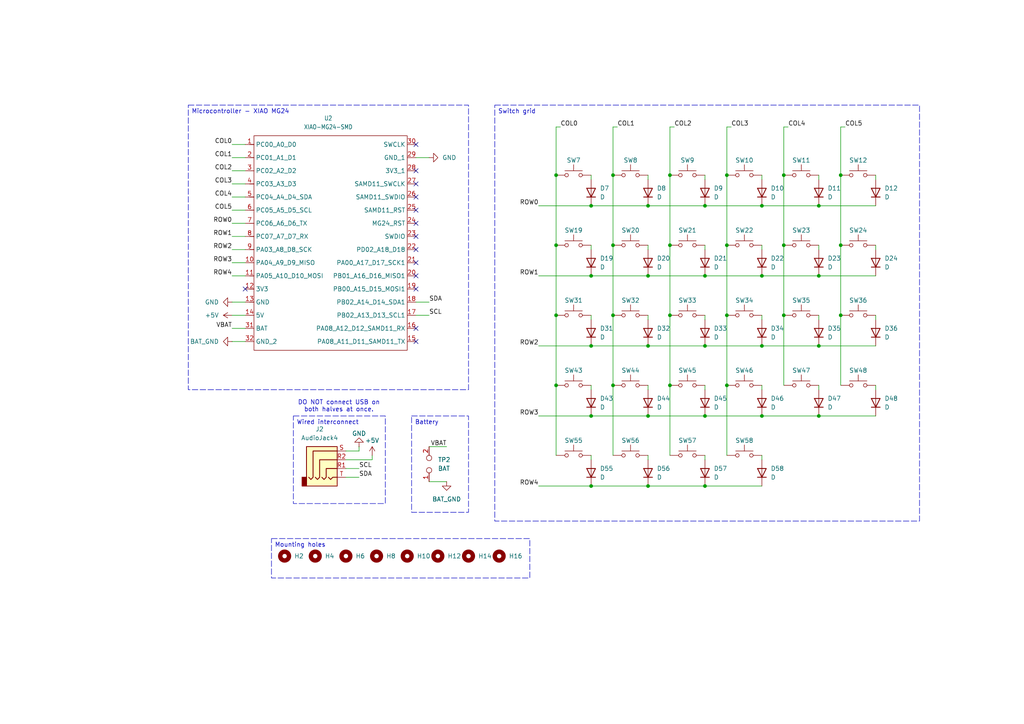
<source format=kicad_sch>
(kicad_sch (version 20250114) (generator "eeschema") (generator_version "9.0")
  (paper "A4")
  (lib_symbols
    (symbol "Connector:TestPoint_2Pole" (pin_names (offset 0.762) (hide yes))
      (property "Reference" "TP" (at 0 1.524 0))
      (property "Value" "TestPoint_2Pole" (at 0 -1.778 0))
      (symbol "TestPoint_2Pole_0_1"
        (circle (center -1.778 0) (radius 0.762))
        (circle (center 1.778 0) (radius 0.762))
        (pin passive line (at -5.08 0 0) (length 2.54) (name "1") (number "1"))
        (pin passive line (at 5.08 0 180) (length 2.54) (name "2") (number "2"))
      )
    )
    (symbol "Connector_Audio:AudioJack4"
      (property "Reference" "J" (at 0 8.89 0))
      (property "Value" "AudioJack4" (at 0 6.35 0))
      (symbol "AudioJack4_0_1"
        (rectangle (start -6.35 -5.08) (end -7.62 -7.62) (stroke (width 0.254)) (fill (type outline)))
        (polyline (pts (xy -5.715 -5.08) (xy -5.08 -5.715) (xy -4.445 -5.08) (xy -4.445 2.54) (xy 2.54 2.54)) (stroke (width 0.254)))
        (polyline (pts (xy -1.905 -5.08) (xy -1.27 -5.715) (xy -0.635 -5.08) (xy -0.635 -2.54) (xy 2.54 -2.54)) (stroke (width 0.254)))
        (polyline (pts (xy 0 -5.08) (xy 0.635 -5.715) (xy 1.27 -5.08) (xy 2.54 -5.08)) (stroke (width 0.254)))
        (rectangle (start 2.54 3.81) (end -6.35 -7.62) (stroke (width 0.254)) (fill (type background)))
        (polyline (pts (xy 2.54 0) (xy -2.54 0) (xy -2.54 -5.08) (xy -3.175 -5.715) (xy -3.81 -5.08)) (stroke (width 0.254)))
      )
      (symbol "AudioJack4_1_1"
        (pin passive line (at 5.08 2.54 180) (length 2.54) (name "~") (number "S"))
        (pin passive line (at 5.08 0 180) (length 2.54) (name "~") (number "R2"))
        (pin passive line (at 5.08 -2.54 180) (length 2.54) (name "~") (number "R1"))
        (pin passive line (at 5.08 -5.08 180) (length 2.54) (name "~") (number "T"))
      )
    )
    (symbol "Device:D" (pin_numbers (hide yes)) (pin_names (offset 1.016) (hide yes))
      (property "Reference" "D" (at 0 2.54 0))
      (property "Value" "D" (at 0 -2.54 0))
      (symbol "D_0_1"
        (polyline (pts (xy -1.27 1.27) (xy -1.27 -1.27)) (stroke (width 0.254)))
        (polyline (pts (xy 1.27 1.27) (xy 1.27 -1.27) (xy -1.27 0) (xy 1.27 1.27)) (stroke (width 0.254)))
        (polyline (pts (xy 1.27 0) (xy -1.27 0)))
      )
      (symbol "D_1_1"
        (pin passive line (at -3.81 0 0) (length 2.54) (name "K") (number "1"))
        (pin passive line (at 3.81 0 180) (length 2.54) (name "A") (number "2"))
      )
    )
    (symbol "Mechanical:MountingHole" (pin_names (offset 1.016)) (in_bom no)
      (property "Reference" "H" (at 0 5.08 0))
      (property "Value" "MountingHole" (at 0 3.175 0))
      (symbol "MountingHole_0_1"
        (circle (center 0 0) (radius 1.27) (stroke (width 1.27)))
      )
    )
    (symbol "OPL:XIAO-MG24-SMD"
      (property "Reference" "U" (at -21.59 27.432 0))
      (property "Value" "XIAO-MG24-SMD" (at -21.59 25.654 0))
      (symbol "XIAO-MG24-SMD_0_1"
        (rectangle (start -21.59 25.4) (end 22.86 -36.83))
      )
      (symbol "XIAO-MG24-SMD_1_0"
        (polyline (pts (xy -22.86 -3.81) (xy -21.59 -3.81)) (stroke (width 0.1524)))
        (polyline (pts (xy -22.86 -7.62) (xy -21.59 -7.62)) (stroke (width 0.1524)))
        (polyline (pts (xy -22.86 -11.43) (xy -21.59 -11.43)) (stroke (width 0.1524)))
        (polyline (pts (xy -22.86 -15.24) (xy -21.59 -15.24)) (stroke (width 0.1524)))
        (polyline (pts (xy -22.86 -19.05) (xy -21.59 -19.05)) (stroke (width 0.1524)))
        (polyline (pts (xy -22.86 -22.86) (xy -21.59 -22.86)) (stroke (width 0.1524)))
        (polyline (pts (xy -22.86 -26.67) (xy -21.59 -26.67)) (stroke (width 0.1524)))
        (polyline (pts (xy -21.59 22.86) (xy -22.86 22.86)) (stroke (width 0.1524)))
        (polyline (pts (xy -21.59 19.05) (xy -22.86 19.05)) (stroke (width 0.1524)))
        (polyline (pts (xy -21.59 15.24) (xy -22.86 15.24)) (stroke (width 0.1524)))
        (polyline (pts (xy -21.59 11.43) (xy -22.86 11.43)) (stroke (width 0.1524)))
        (polyline (pts (xy -21.59 7.62) (xy -22.86 7.62)) (stroke (width 0.1524)))
        (polyline (pts (xy -21.59 3.81) (xy -22.86 3.81)) (stroke (width 0.1524)))
        (polyline (pts (xy -21.59 0) (xy -22.86 0)) (stroke (width 0.1524)))
        (pin passive line (at -24.13 22.86 0) (length 2.54) (name "PC00_A0_D0") (number "1"))
        (pin passive line (at -24.13 19.05 0) (length 2.54) (name "PC01_A1_D1") (number "2"))
        (pin passive line (at -24.13 15.24 0) (length 2.54) (name "PC02_A2_D2") (number "3"))
        (pin passive line (at -24.13 11.43 0) (length 2.54) (name "PC03_A3_D3") (number "4"))
        (pin passive line (at -24.13 7.62 0) (length 2.54) (name "PC04_A4_D4_SDA") (number "5"))
        (pin passive line (at -24.13 3.81 0) (length 2.54) (name "PC05_A5_D5_SCL") (number "6"))
        (pin passive line (at -24.13 0 0) (length 2.54) (name "PC06_A6_D6_TX") (number "7"))
        (pin passive line (at -24.13 -3.81 0) (length 2.54) (name "PC07_A7_D7_RX") (number "8"))
        (pin passive line (at -24.13 -7.62 0) (length 2.54) (name "PA03_A8_D8_SCK") (number "9"))
        (pin passive line (at -24.13 -11.43 0) (length 2.54) (name "PA04_A9_D9_MISO") (number "10"))
        (pin passive line (at -24.13 -15.24 0) (length 2.54) (name "PA05_A10_D10_MOSI") (number "11"))
        (pin passive line (at -24.13 -19.05 0) (length 2.54) (name "3V3") (number "12"))
        (pin passive line (at -24.13 -22.86 0) (length 2.54) (name "GND") (number "13"))
        (pin passive line (at -24.13 -26.67 0) (length 2.54) (name "5V") (number "14"))
      )
      (symbol "XIAO-MG24-SMD_1_1"
        (pin passive line (at -24.13 -30.48 0) (length 2.54) (name "BAT") (number "31"))
        (pin passive line (at -24.13 -34.29 0) (length 2.54) (name "GND_2") (number "32"))
        (pin passive line (at 25.4 22.86 180) (length 2.54) (name "SWCLK") (number "30"))
        (pin passive line (at 25.4 19.05 180) (length 2.54) (name "GND_1") (number "29"))
        (pin passive line (at 25.4 15.24 180) (length 2.54) (name "3V3_1") (number "28"))
        (pin passive line (at 25.4 11.43 180) (length 2.54) (name "SAMD11_SWCLK") (number "27"))
        (pin passive line (at 25.4 7.62 180) (length 2.54) (name "SAMD11_SWDIO") (number "26"))
        (pin passive line (at 25.4 3.81 180) (length 2.54) (name "SAMD11_RST") (number "25"))
        (pin passive line (at 25.4 0 180) (length 2.54) (name "MG24_RST") (number "24"))
        (pin passive line (at 25.4 -3.81 180) (length 2.54) (name "SWDIO") (number "23"))
        (pin passive line (at 25.4 -7.62 180) (length 2.54) (name "PD02_A18_D18") (number "22"))
        (pin passive line (at 25.4 -11.43 180) (length 2.54) (name "PA00_A17_D17_SCK1") (number "21"))
        (pin passive line (at 25.4 -15.24 180) (length 2.54) (name "PB01_A16_D16_MISO1") (number "20"))
        (pin passive line (at 25.4 -19.05 180) (length 2.54) (name "PB00_A15_D15_MOSI1") (number "19"))
        (pin passive line (at 25.4 -22.86 180) (length 2.54) (name "PB02_A14_D14_SDA1") (number "18"))
        (pin passive line (at 25.4 -26.67 180) (length 2.54) (name "PB02_A13_D13_SCL1") (number "17"))
        (pin passive line (at 25.4 -30.48 180) (length 2.54) (name "PA08_A12_D12_SAMD11_RX") (number "16"))
        (pin passive line (at 25.4 -34.29 180) (length 2.54) (name "PA08_A11_D11_SAMD11_TX") (number "15"))
      )
    )
    (symbol "Switch:SW_Push" (pin_numbers (hide yes)) (pin_names (offset 1.016) (hide yes))
      (property "Reference" "SW" (at 1.27 2.54 0))
      (property "Value" "SW_Push" (at 0 -1.524 0))
      (symbol "SW_Push_0_1"
        (circle (center -2.032 0) (radius 0.508))
        (polyline (pts (xy 0 1.27) (xy 0 3.048)))
        (circle (center 2.032 0) (radius 0.508))
        (polyline (pts (xy 2.54 1.27) (xy -2.54 1.27)))
        (pin passive line (at -5.08 0 0) (length 2.54) (name "1") (number "1"))
        (pin passive line (at 5.08 0 180) (length 2.54) (name "2") (number "2"))
      )
    )
    (symbol "power:+5V" (power) (pin_numbers (hide yes)) (pin_names (offset 0) (hide yes))
      (property "Value" "+5V" (at 0 3.556 0))
      (symbol "+5V_0_1"
        (polyline (pts (xy -0.762 1.27) (xy 0 2.54)))
        (polyline (pts (xy 0 2.54) (xy 0.762 1.27)))
        (polyline (pts (xy 0 0) (xy 0 2.54)))
      )
      (symbol "+5V_1_1"
        (pin power_in line (at 0 0 90) (length 0) (name "~") (number "1"))
      )
    )
    (symbol "power:GND" (power) (pin_numbers (hide yes)) (pin_names (offset 0) (hide yes))
      (property "Value" "GND" (at 0 -3.81 0))
      (symbol "GND_0_1"
        (polyline (pts (xy 0 0) (xy 0 -1.27) (xy 1.27 -1.27) (xy 0 -2.54) (xy -1.27 -1.27) (xy 0 -1.27)))
      )
      (symbol "GND_1_1"
        (pin power_in line (at 0 0 270) (length 0) (name "~") (number "1"))
      )
    )
  )
  (text "DO NOT connect USB on\nboth halves at once." (at 98.298 117.856 0) (effects (font (size 1.27 1.27))))
  (text_box "Switch grid" (at 143.51 30.48 0) (size 123.19 120.65) (margins 0.9525 0.9525 0.9525 0.9525) (stroke (width 0) (type dash)) (effects (font (size 1.27 1.27)) (justify left top)))
  (text_box "Battery" (at 119.38 120.65 0) (size 16.51 27.94) (margins 0.9525 0.9525 0.9525 0.9525) (stroke (width 0) (type dash)) (effects (font (size 1.27 1.27)) (justify left top)))
  (text_box "Microcontroller - XIAO MG24" (at 54.61 30.48 0) (size 81.28 82.55) (margins 0.9525 0.9525 0.9525 0.9525) (stroke (width 0) (type dash)) (effects (font (size 1.27 1.27)) (justify left top)))
  (text_box "Wired interconnect" (at 85.09 120.65 0) (size 26.67 25.4) (margins 0.9525 0.9525 0.9525 0.9525) (stroke (width 0) (type dash)) (effects (font (size 1.27 1.27)) (justify left top)))
  (text_box "Mounting holes" (at 78.74 156.21 0) (size 74.93 11.43) (margins 0.9525 0.9525 0.9525 0.9525) (stroke (width 0) (type dash)) (effects (font (size 1.27 1.27)) (justify left top)))
  (junction (at 194.31 91.44))
  (junction (at 220.98 80.01))
  (junction (at 210.82 91.44))
  (junction (at 204.47 120.65))
  (junction (at 177.8 91.44))
  (junction (at 204.47 80.01))
  (junction (at 161.29 111.76))
  (junction (at 161.29 91.44))
  (junction (at 243.84 50.8))
  (junction (at 177.8 50.8))
  (junction (at 237.49 100.33))
  (junction (at 177.8 111.76))
  (junction (at 243.84 91.44))
  (junction (at 237.49 120.65))
  (junction (at 210.82 71.12))
  (junction (at 220.98 120.65))
  (junction (at 187.96 140.97))
  (junction (at 171.45 80.01))
  (junction (at 227.33 50.8))
  (junction (at 204.47 59.69))
  (junction (at 220.98 100.33))
  (junction (at 210.82 50.8))
  (junction (at 204.47 140.97))
  (junction (at 194.31 111.76))
  (junction (at 161.29 50.8))
  (junction (at 227.33 91.44))
  (junction (at 187.96 80.01))
  (junction (at 187.96 100.33))
  (junction (at 187.96 59.69))
  (junction (at 171.45 140.97))
  (junction (at 194.31 71.12))
  (junction (at 204.47 100.33))
  (junction (at 177.8 71.12))
  (junction (at 171.45 120.65))
  (junction (at 171.45 100.33))
  (junction (at 237.49 59.69))
  (junction (at 194.31 50.8))
  (junction (at 220.98 59.69))
  (junction (at 187.96 120.65))
  (junction (at 171.45 59.69))
  (junction (at 227.33 71.12))
  (junction (at 161.29 71.12))
  (junction (at 210.82 111.76))
  (junction (at 237.49 80.01))
  (junction (at 243.84 71.12))
  (no_connect (at 120.65 41.91))
  (no_connect (at 120.65 99.06))
  (no_connect (at 71.12 83.82))
  (no_connect (at 120.65 53.34))
  (no_connect (at 120.65 76.2))
  (no_connect (at 120.65 49.53))
  (no_connect (at 120.65 83.82))
  (no_connect (at 120.65 72.39))
  (no_connect (at 120.65 95.25))
  (no_connect (at 120.65 80.01))
  (no_connect (at 120.65 68.58))
  (no_connect (at 120.65 57.15))
  (no_connect (at 120.65 60.96))
  (no_connect (at 120.65 64.77))
  (wire (pts (xy 204.47 80.01) (xy 220.98 80.01)))
  (wire (pts (xy 187.96 140.97) (xy 204.47 140.97)))
  (wire (pts (xy 67.31 80.01) (xy 71.12 80.01)))
  (wire (pts (xy 161.29 71.12) (xy 161.29 91.44)))
  (wire (pts (xy 220.98 91.44) (xy 220.98 92.71)))
  (wire (pts (xy 187.96 59.69) (xy 204.47 59.69)))
  (wire (pts (xy 204.47 50.8) (xy 204.47 52.07)))
  (wire (pts (xy 177.8 111.76) (xy 177.8 132.08)))
  (wire (pts (xy 67.31 49.53) (xy 71.12 49.53)))
  (wire (pts (xy 194.31 71.12) (xy 194.31 91.44)))
  (wire (pts (xy 67.31 87.63) (xy 71.12 87.63)))
  (wire (pts (xy 156.21 120.65) (xy 171.45 120.65)))
  (wire (pts (xy 187.96 91.44) (xy 187.96 92.71)))
  (wire (pts (xy 171.45 50.8) (xy 171.45 52.07)))
  (wire (pts (xy 100.33 138.43) (xy 104.14 138.43)))
  (wire (pts (xy 204.47 111.76) (xy 204.47 113.03)))
  (wire (pts (xy 156.21 80.01) (xy 171.45 80.01)))
  (wire (pts (xy 220.98 50.8) (xy 220.98 52.07)))
  (wire (pts (xy 156.21 59.69) (xy 171.45 59.69)))
  (wire (pts (xy 107.95 133.35) (xy 107.95 132.08)))
  (wire (pts (xy 237.49 80.01) (xy 254 80.01)))
  (wire (pts (xy 204.47 100.33) (xy 220.98 100.33)))
  (wire (pts (xy 67.31 76.2) (xy 71.12 76.2)))
  (wire (pts (xy 254 113.03) (xy 254 111.76)))
  (wire (pts (xy 67.31 72.39) (xy 71.12 72.39)))
  (wire (pts (xy 67.31 64.77) (xy 71.12 64.77)))
  (wire (pts (xy 254 52.07) (xy 254 50.8)))
  (wire (pts (xy 120.65 87.63) (xy 124.46 87.63)))
  (wire (pts (xy 171.45 140.97) (xy 187.96 140.97)))
  (wire (pts (xy 227.33 36.83) (xy 228.6 36.83)))
  (wire (pts (xy 187.96 80.01) (xy 204.47 80.01)))
  (wire (pts (xy 243.84 50.8) (xy 243.84 36.83)))
  (wire (pts (xy 161.29 111.76) (xy 161.29 132.08)))
  (wire (pts (xy 187.96 120.65) (xy 204.47 120.65)))
  (wire (pts (xy 161.29 36.83) (xy 162.56 36.83)))
  (wire (pts (xy 67.31 53.34) (xy 71.12 53.34)))
  (wire (pts (xy 67.31 60.96) (xy 71.12 60.96)))
  (wire (pts (xy 220.98 111.76) (xy 220.98 113.03)))
  (wire (pts (xy 210.82 111.76) (xy 210.82 132.08)))
  (wire (pts (xy 177.8 71.12) (xy 177.8 91.44)))
  (wire (pts (xy 204.47 59.69) (xy 220.98 59.69)))
  (wire (pts (xy 254 92.71) (xy 254 91.44)))
  (wire (pts (xy 187.96 50.8) (xy 187.96 52.07)))
  (wire (pts (xy 254 72.39) (xy 254 71.12)))
  (wire (pts (xy 100.33 133.35) (xy 107.95 133.35)))
  (wire (pts (xy 177.8 36.83) (xy 179.07 36.83)))
  (wire (pts (xy 171.45 132.08) (xy 171.45 133.35)))
  (wire (pts (xy 171.45 100.33) (xy 187.96 100.33)))
  (wire (pts (xy 227.33 71.12) (xy 227.33 91.44)))
  (wire (pts (xy 161.29 50.8) (xy 161.29 36.83)))
  (wire (pts (xy 67.31 68.58) (xy 71.12 68.58)))
  (wire (pts (xy 124.46 139.7) (xy 129.54 139.7)))
  (wire (pts (xy 67.31 57.15) (xy 71.12 57.15)))
  (wire (pts (xy 171.45 59.69) (xy 187.96 59.69)))
  (wire (pts (xy 210.82 50.8) (xy 210.82 36.83)))
  (wire (pts (xy 237.49 100.33) (xy 254 100.33)))
  (wire (pts (xy 161.29 91.44) (xy 161.29 111.76)))
  (wire (pts (xy 220.98 120.65) (xy 237.49 120.65)))
  (wire (pts (xy 243.84 50.8) (xy 243.84 71.12)))
  (wire (pts (xy 187.96 132.08) (xy 187.96 133.35)))
  (wire (pts (xy 220.98 100.33) (xy 237.49 100.33)))
  (wire (pts (xy 124.46 129.54) (xy 129.54 129.54)))
  (wire (pts (xy 204.47 91.44) (xy 204.47 92.71)))
  (wire (pts (xy 220.98 59.69) (xy 237.49 59.69)))
  (wire (pts (xy 237.49 91.44) (xy 237.49 92.71)))
  (wire (pts (xy 220.98 132.08) (xy 220.98 133.35)))
  (wire (pts (xy 161.29 50.8) (xy 161.29 71.12)))
  (wire (pts (xy 194.31 36.83) (xy 195.58 36.83)))
  (wire (pts (xy 187.96 111.76) (xy 187.96 113.03)))
  (wire (pts (xy 177.8 50.8) (xy 177.8 71.12)))
  (wire (pts (xy 120.65 91.44) (xy 124.46 91.44)))
  (wire (pts (xy 204.47 132.08) (xy 204.47 133.35)))
  (wire (pts (xy 227.33 50.8) (xy 227.33 71.12)))
  (wire (pts (xy 67.31 99.06) (xy 71.12 99.06)))
  (wire (pts (xy 67.31 91.44) (xy 71.12 91.44)))
  (wire (pts (xy 210.82 50.8) (xy 210.82 71.12)))
  (wire (pts (xy 187.96 71.12) (xy 187.96 72.39)))
  (wire (pts (xy 171.45 80.01) (xy 187.96 80.01)))
  (wire (pts (xy 194.31 50.8) (xy 194.31 36.83)))
  (wire (pts (xy 227.33 50.8) (xy 227.33 36.83)))
  (wire (pts (xy 104.14 129.54) (xy 104.14 130.81)))
  (wire (pts (xy 237.49 120.65) (xy 254 120.65)))
  (wire (pts (xy 156.21 100.33) (xy 171.45 100.33)))
  (wire (pts (xy 194.31 91.44) (xy 194.31 111.76)))
  (wire (pts (xy 171.45 91.44) (xy 171.45 92.71)))
  (wire (pts (xy 177.8 91.44) (xy 177.8 111.76)))
  (wire (pts (xy 237.49 59.69) (xy 254 59.69)))
  (wire (pts (xy 243.84 91.44) (xy 243.84 111.76)))
  (wire (pts (xy 194.31 111.76) (xy 194.31 132.08)))
  (wire (pts (xy 67.31 95.25) (xy 71.12 95.25)))
  (wire (pts (xy 210.82 91.44) (xy 210.82 111.76)))
  (wire (pts (xy 204.47 120.65) (xy 220.98 120.65)))
  (wire (pts (xy 100.33 130.81) (xy 104.14 130.81)))
  (wire (pts (xy 177.8 50.8) (xy 177.8 36.83)))
  (wire (pts (xy 194.31 50.8) (xy 194.31 71.12)))
  (wire (pts (xy 210.82 36.83) (xy 212.09 36.83)))
  (wire (pts (xy 220.98 71.12) (xy 220.98 72.39)))
  (wire (pts (xy 67.31 45.72) (xy 71.12 45.72)))
  (wire (pts (xy 237.49 71.12) (xy 237.49 72.39)))
  (wire (pts (xy 227.33 91.44) (xy 227.33 111.76)))
  (wire (pts (xy 156.21 140.97) (xy 171.45 140.97)))
  (wire (pts (xy 243.84 36.83) (xy 245.11 36.83)))
  (wire (pts (xy 237.49 111.76) (xy 237.49 113.03)))
  (wire (pts (xy 187.96 100.33) (xy 204.47 100.33)))
  (wire (pts (xy 171.45 71.12) (xy 171.45 72.39)))
  (wire (pts (xy 204.47 71.12) (xy 204.47 72.39)))
  (wire (pts (xy 243.84 71.12) (xy 243.84 91.44)))
  (wire (pts (xy 120.65 45.72) (xy 124.46 45.72)))
  (wire (pts (xy 100.33 135.89) (xy 104.14 135.89)))
  (wire (pts (xy 237.49 50.8) (xy 237.49 52.07)))
  (wire (pts (xy 67.31 41.91) (xy 71.12 41.91)))
  (wire (pts (xy 204.47 140.97) (xy 220.98 140.97)))
  (wire (pts (xy 171.45 120.65) (xy 187.96 120.65)))
  (wire (pts (xy 171.45 111.76) (xy 171.45 113.03)))
  (wire (pts (xy 210.82 71.12) (xy 210.82 91.44)))
  (wire (pts (xy 220.98 80.01) (xy 237.49 80.01)))
  (label "COL1" (at 179.07 36.83 0))
  (label "ROW4" (at 67.31 80.01 180))
  (label "VBAT" (at 129.54 129.54 180))
  (label "ROW4" (at 156.21 140.97 180))
  (label "COL5" (at 245.11 36.83 0))
  (label "COL4" (at 67.31 57.15 180))
  (label "COL0" (at 162.56 36.83 0))
  (label "COL3" (at 212.09 36.83 0))
  (label "COL5" (at 67.31 60.96 180))
  (label "ROW2" (at 156.21 100.33 180))
  (label "ROW1" (at 67.31 68.58 180))
  (label "COL0" (at 67.31 41.91 180))
  (label "SCL" (at 124.46 91.44 0))
  (label "SDA" (at 124.46 87.63 0))
  (label "SDA" (at 104.14 138.43 0))
  (label "COL2" (at 195.58 36.83 0))
  (label "SCL" (at 104.14 135.89 0))
  (label "COL1" (at 67.31 45.72 180))
  (label "COL3" (at 67.31 53.34 180))
  (label "COL2" (at 67.31 49.53 180))
  (label "VBAT" (at 67.31 95.25 180))
  (label "ROW3" (at 156.21 120.65 180))
  (label "ROW0" (at 67.31 64.77 180))
  (label "COL4" (at 228.6 36.83 0))
  (label "ROW3" (at 67.31 76.2 180))
  (label "ROW1" (at 156.21 80.01 180))
  (label "ROW0" (at 156.21 59.69 180))
  (label "ROW2" (at 67.31 72.39 180))
  (symbol (lib_id "Device:D") (at 204.47 55.88 90) (unit 1)
    (property "Reference" "D3" (at 207.01 54.6099 90) (effects (justify right)))
    (property "Value" "D" (at 207.01 57.1499 90) (effects (justify right)))
    (property "Footprint" "Diode_SMD:D_SOD-123" (effects (hide yes)))
    (property "Description" "Diode" (effects (hide yes)))
    (property "Sim.Device" "D" (effects (hide yes)))
    (property "Sim.Pins" "1=K 2=A" (effects (hide yes)))
    (instances (project "split-keyboard" (path "" (reference "D9") (unit 1)) (path "" (reference "D3") (unit 1))))
  )
  (symbol (lib_id "Mechanical:MountingHole") (at 127 161.29 0) (unit 1) (in_bom no)
    (property "Reference" "H11" (at 129.794 161.29 0) (effects (justify left)))
    (property "Value" "MountingHole" (effects (hide yes)))
    (property "Footprint" "MountingHole:MountingHole_2.2mm_M2" (effects (hide yes)))
    (property "Description" "Mounting Hole without connection" (effects (hide yes)))
    (instances (project "split-keyboard" (path "" (reference "H12") (unit 1)) (path "" (reference "H11") (unit 1))))
  )
  (symbol (lib_id "Device:D") (at 187.96 137.16 90) (unit 1)
    (property "Reference" "D50" (at 190.5 135.8899 90) (effects (justify right)))
    (property "Value" "D" (at 190.5 138.4299 90) (effects (justify right)))
    (property "Footprint" "Diode_SMD:D_SOD-123" (effects (hide yes)))
    (property "Description" "Diode" (effects (hide yes)))
    (property "Sim.Device" "D" (effects (hide yes)))
    (property "Sim.Pins" "1=K 2=A" (effects (hide yes)))
    (instances (project "split-keyboard" (path "" (reference "D56") (unit 1)) (path "" (reference "D50") (unit 1))))
  )
  (symbol (lib_id "Device:D") (at 237.49 116.84 90) (unit 1)
    (property "Reference" "D41" (at 240.03 115.5699 90) (effects (justify right)))
    (property "Value" "D" (at 240.03 118.1099 90) (effects (justify right)))
    (property "Footprint" "Diode_SMD:D_SOD-123" (effects (hide yes)))
    (property "Description" "Diode" (effects (hide yes)))
    (property "Sim.Device" "D" (effects (hide yes)))
    (property "Sim.Pins" "1=K 2=A" (effects (hide yes)))
    (instances (project "split-keyboard" (path "" (reference "D47") (unit 1)) (path "" (reference "D41") (unit 1))))
  )
  (symbol (lib_id "Device:D") (at 237.49 76.2 90) (unit 1)
    (property "Reference" "D17" (at 240.03 74.9299 90) (effects (justify right)))
    (property "Value" "D" (at 240.03 77.4699 90) (effects (justify right)))
    (property "Footprint" "Diode_SMD:D_SOD-123" (effects (hide yes)))
    (property "Description" "Diode" (effects (hide yes)))
    (property "Sim.Device" "D" (effects (hide yes)))
    (property "Sim.Pins" "1=K 2=A" (effects (hide yes)))
    (instances (project "split-keyboard" (path "" (reference "D23") (unit 1)) (path "" (reference "D17") (unit 1))))
  )
  (symbol (lib_id "Device:D") (at 187.96 96.52 90) (unit 1)
    (property "Reference" "D26" (at 190.5 95.2499 90) (effects (justify right)))
    (property "Value" "D" (at 190.5 97.7899 90) (effects (justify right)))
    (property "Footprint" "Diode_SMD:D_SOD-123" (effects (hide yes)))
    (property "Description" "Diode" (effects (hide yes)))
    (property "Sim.Device" "D" (effects (hide yes)))
    (property "Sim.Pins" "1=K 2=A" (effects (hide yes)))
    (instances (project "split-keyboard" (path "" (reference "D32") (unit 1)) (path "" (reference "D26") (unit 1))))
  )
  (symbol (lib_id "Switch:SW_Push") (at 215.9 50.8 0) (unit 1)
    (property "Reference" "SW4" (at 215.9 46.482 0))
    (property "Value" "SW_Push" (effects (hide yes)))
    (property "Footprint" "PCM_marbastlib-xp-gateron_lp:SW_KS33_HS_KS-2P02B01-02_HS_1u" (effects (hide yes)))
    (property "Description" "Push button switch, generic, two pins" (effects (hide yes)))
    (instances (project "split-keyboard" (path "" (reference "SW10") (unit 1)) (path "" (reference "SW4") (unit 1))))
  )
  (symbol (lib_id "Device:D") (at 220.98 55.88 90) (unit 1)
    (property "Reference" "D4" (at 223.52 54.6099 90) (effects (justify right)))
    (property "Value" "D" (at 223.52 57.1499 90) (effects (justify right)))
    (property "Footprint" "Diode_SMD:D_SOD-123" (effects (hide yes)))
    (property "Description" "Diode" (effects (hide yes)))
    (property "Sim.Device" "D" (effects (hide yes)))
    (property "Sim.Pins" "1=K 2=A" (effects (hide yes)))
    (instances (project "split-keyboard" (path "" (reference "D10") (unit 1)) (path "" (reference "D4") (unit 1))))
  )
  (symbol (lib_id "Switch:SW_Push") (at 182.88 91.44 0) (unit 1)
    (property "Reference" "SW26" (at 182.88 87.122 0))
    (property "Value" "SW_Push" (effects (hide yes)))
    (property "Footprint" "PCM_marbastlib-xp-gateron_lp:SW_KS33_HS_KS-2P02B01-02_HS_1u" (effects (hide yes)))
    (property "Description" "Push button switch, generic, two pins" (effects (hide yes)))
    (instances (project "split-keyboard" (path "" (reference "SW32") (unit 1)) (path "" (reference "SW26") (unit 1))))
  )
  (symbol (lib_id "Device:D") (at 220.98 96.52 90) (unit 1)
    (property "Reference" "D28" (at 223.52 95.2499 90) (effects (justify right)))
    (property "Value" "D" (at 223.52 97.7899 90) (effects (justify right)))
    (property "Footprint" "Diode_SMD:D_SOD-123" (effects (hide yes)))
    (property "Description" "Diode" (effects (hide yes)))
    (property "Sim.Device" "D" (effects (hide yes)))
    (property "Sim.Pins" "1=K 2=A" (effects (hide yes)))
    (instances (project "split-keyboard" (path "" (reference "D34") (unit 1)) (path "" (reference "D28") (unit 1))))
  )
  (symbol (lib_id "Switch:SW_Push") (at 166.37 50.8 0) (unit 1)
    (property "Reference" "SW1" (at 166.37 46.482 0))
    (property "Value" "SW_Push" (effects (hide yes)))
    (property "Footprint" "PCM_marbastlib-xp-gateron_lp:SW_KS33_HS_KS-2P02B01-02_HS_1u" (effects (hide yes)))
    (property "Description" "Push button switch, generic, two pins" (effects (hide yes)))
    (instances (project "" (path "" (reference "SW7") (unit 1)) (path "" (reference "SW1") (unit 1))))
  )
  (symbol (lib_id "Device:D") (at 204.47 116.84 90) (unit 1)
    (property "Reference" "D39" (at 207.01 115.5699 90) (effects (justify right)))
    (property "Value" "D" (at 207.01 118.1099 90) (effects (justify right)))
    (property "Footprint" "Diode_SMD:D_SOD-123" (effects (hide yes)))
    (property "Description" "Diode" (effects (hide yes)))
    (property "Sim.Device" "D" (effects (hide yes)))
    (property "Sim.Pins" "1=K 2=A" (effects (hide yes)))
    (instances (project "split-keyboard" (path "" (reference "D45") (unit 1)) (path "" (reference "D39") (unit 1))))
  )
  (symbol (lib_id "power:+5V") (at 107.95 132.08 0) (unit 1)
    (property "Reference" "#PWR013" (effects (hide yes)))
    (property "Value" "+5V" (at 107.95 127.762 0))
    (property "Description" "Power symbol creates a global label with name \"+5V\"" (effects (hide yes)))
    (instances (project "" (path "" (reference "#PWR014") (unit 1)) (path "" (reference "#PWR013") (unit 1))))
  )
  (symbol (lib_id "Device:D") (at 254 55.88 90) (unit 1)
    (property "Reference" "D6" (at 256.54 54.6099 90) (effects (justify right)))
    (property "Value" "D" (at 256.54 57.1499 90) (effects (justify right)))
    (property "Footprint" "Diode_SMD:D_SOD-123" (effects (hide yes)))
    (property "Description" "Diode" (effects (hide yes)))
    (property "Sim.Device" "D" (effects (hide yes)))
    (property "Sim.Pins" "1=K 2=A" (effects (hide yes)))
    (instances (project "split-keyboard" (path "" (reference "D12") (unit 1)) (path "" (reference "D6") (unit 1))))
  )
  (symbol (lib_id "Switch:SW_Push") (at 248.92 71.12 0) (unit 1)
    (property "Reference" "SW18" (at 248.92 66.802 0))
    (property "Value" "SW_Push" (effects (hide yes)))
    (property "Footprint" "PCM_marbastlib-xp-gateron_lp:SW_KS33_HS_KS-2P02B01-02_HS_1u" (effects (hide yes)))
    (property "Description" "Push button switch, generic, two pins" (effects (hide yes)))
    (instances (project "split-keyboard" (path "" (reference "SW24") (unit 1)) (path "" (reference "SW18") (unit 1))))
  )
  (symbol (lib_id "Switch:SW_Push") (at 232.41 111.76 0) (unit 1)
    (property "Reference" "SW41" (at 232.41 107.442 0))
    (property "Value" "SW_Push" (effects (hide yes)))
    (property "Footprint" "PCM_marbastlib-xp-gateron_lp:SW_KS33_HS_KS-2P02B01-02_HS_1u" (effects (hide yes)))
    (property "Description" "Push button switch, generic, two pins" (effects (hide yes)))
    (instances (project "split-keyboard" (path "" (reference "SW47") (unit 1)) (path "" (reference "SW41") (unit 1))))
  )
  (symbol (lib_id "Switch:SW_Push") (at 182.88 50.8 0) (unit 1)
    (property "Reference" "SW2" (at 182.88 46.482 0))
    (property "Value" "SW_Push" (effects (hide yes)))
    (property "Footprint" "PCM_marbastlib-xp-gateron_lp:SW_KS33_HS_KS-2P02B01-02_HS_1u" (effects (hide yes)))
    (property "Description" "Push button switch, generic, two pins" (effects (hide yes)))
    (instances (project "split-keyboard" (path "" (reference "SW8") (unit 1)) (path "" (reference "SW2") (unit 1))))
  )
  (symbol (lib_id "Switch:SW_Push") (at 199.39 71.12 0) (unit 1)
    (property "Reference" "SW15" (at 199.39 66.802 0))
    (property "Value" "SW_Push" (effects (hide yes)))
    (property "Footprint" "PCM_marbastlib-xp-gateron_lp:SW_KS33_HS_KS-2P02B01-02_HS_1u" (effects (hide yes)))
    (property "Description" "Push button switch, generic, two pins" (effects (hide yes)))
    (instances (project "split-keyboard" (path "" (reference "SW21") (unit 1)) (path "" (reference "SW15") (unit 1))))
  )
  (symbol (lib_id "Device:D") (at 254 116.84 90) (unit 1)
    (property "Reference" "D42" (at 256.54 115.5699 90) (effects (justify right)))
    (property "Value" "D" (at 256.54 118.1099 90) (effects (justify right)))
    (property "Footprint" "Diode_SMD:D_SOD-123" (effects (hide yes)))
    (property "Description" "Diode" (effects (hide yes)))
    (property "Sim.Device" "D" (effects (hide yes)))
    (property "Sim.Pins" "1=K 2=A" (effects (hide yes)))
    (instances (project "split-keyboard" (path "" (reference "D48") (unit 1)) (path "" (reference "D42") (unit 1))))
  )
  (symbol (lib_id "Device:D") (at 171.45 55.88 90) (unit 1)
    (property "Reference" "D1" (at 173.99 54.6099 90) (effects (justify right)))
    (property "Value" "D" (at 173.99 57.1499 90) (effects (justify right)))
    (property "Footprint" "Diode_SMD:D_SOD-123" (effects (hide yes)))
    (property "Description" "Diode" (effects (hide yes)))
    (property "Sim.Device" "D" (effects (hide yes)))
    (property "Sim.Pins" "1=K 2=A" (effects (hide yes)))
    (instances (project "" (path "" (reference "D7") (unit 1)) (path "" (reference "D1") (unit 1))))
  )
  (symbol (lib_id "Switch:SW_Push") (at 248.92 111.76 0) (unit 1)
    (property "Reference" "SW42" (at 248.92 107.442 0))
    (property "Value" "SW_Push" (effects (hide yes)))
    (property "Footprint" "PCM_marbastlib-xp-gateron_lp:SW_KS33_HS_KS-2P02B01-02_HS_1u" (effects (hide yes)))
    (property "Description" "Push button switch, generic, two pins" (effects (hide yes)))
    (instances (project "split-keyboard" (path "" (reference "SW48") (unit 1)) (path "" (reference "SW42") (unit 1))))
  )
  (symbol (lib_id "Switch:SW_Push") (at 182.88 71.12 0) (unit 1)
    (property "Reference" "SW14" (at 182.88 66.802 0))
    (property "Value" "SW_Push" (effects (hide yes)))
    (property "Footprint" "PCM_marbastlib-xp-gateron_lp:SW_KS33_HS_KS-2P02B01-02_HS_1u" (effects (hide yes)))
    (property "Description" "Push button switch, generic, two pins" (effects (hide yes)))
    (instances (project "split-keyboard" (path "" (reference "SW20") (unit 1)) (path "" (reference "SW14") (unit 1))))
  )
  (symbol (lib_id "Switch:SW_Push") (at 199.39 132.08 0) (unit 1)
    (property "Reference" "SW51" (at 199.39 127.762 0))
    (property "Value" "SW_Push" (effects (hide yes)))
    (property "Footprint" "PCM_marbastlib-xp-gateron_lp:SW_KS33_HS_KS-2P02B01-02_HS_1u" (effects (hide yes)))
    (property "Description" "Push button switch, generic, two pins" (effects (hide yes)))
    (instances (project "split-keyboard" (path "" (reference "SW57") (unit 1)) (path "" (reference "SW51") (unit 1))))
  )
  (symbol (lib_id "Device:D") (at 204.47 137.16 90) (unit 1)
    (property "Reference" "D51" (at 207.01 135.8899 90) (effects (justify right)))
    (property "Value" "D" (at 207.01 138.4299 90) (effects (justify right)))
    (property "Footprint" "Diode_SMD:D_SOD-123" (effects (hide yes)))
    (property "Description" "Diode" (effects (hide yes)))
    (property "Sim.Device" "D" (effects (hide yes)))
    (property "Sim.Pins" "1=K 2=A" (effects (hide yes)))
    (instances (project "split-keyboard" (path "" (reference "D57") (unit 1)) (path "" (reference "D51") (unit 1))))
  )
  (symbol (lib_id "Device:D") (at 187.96 55.88 90) (unit 1)
    (property "Reference" "D2" (at 190.5 54.6099 90) (effects (justify right)))
    (property "Value" "D" (at 190.5 57.1499 90) (effects (justify right)))
    (property "Footprint" "Diode_SMD:D_SOD-123" (effects (hide yes)))
    (property "Description" "Diode" (effects (hide yes)))
    (property "Sim.Device" "D" (effects (hide yes)))
    (property "Sim.Pins" "1=K 2=A" (effects (hide yes)))
    (instances (project "split-keyboard" (path "" (reference "D8") (unit 1)) (path "" (reference "D2") (unit 1))))
  )
  (symbol (lib_id "Mechanical:MountingHole") (at 109.22 161.29 0) (unit 1) (in_bom no)
    (property "Reference" "H7" (at 112.014 161.29 0) (effects (justify left)))
    (property "Value" "MountingHole" (effects (hide yes)))
    (property "Footprint" "MountingHole:MountingHole_2.2mm_M2" (effects (hide yes)))
    (property "Description" "Mounting Hole without connection" (effects (hide yes)))
    (instances (project "split-keyboard" (path "" (reference "H8") (unit 1)) (path "" (reference "H7") (unit 1))))
  )
  (symbol (lib_id "power:GND") (at 67.31 99.06 270) (unit 1)
    (property "Reference" "#PWR07" (effects (hide yes)))
    (property "Value" "BAT_GND" (at 63.5 99.0599 90) (effects (justify right)))
    (property "Description" "Power symbol creates a global label with name \"GND\" , ground" (effects (hide yes)))
    (instances (project "split-keyboard" (path "" (reference "#PWR08") (unit 1)) (path "" (reference "#PWR07") (unit 1))))
  )
  (symbol (lib_id "Switch:SW_Push") (at 215.9 132.08 0) (unit 1)
    (property "Reference" "SW52" (at 215.9 127.762 0))
    (property "Value" "SW_Push" (effects (hide yes)))
    (property "Footprint" "PCM_marbastlib-xp-gateron_lp:SW_KS33_HS_KS-2P02B01-02_HS_1u" (effects (hide yes)))
    (property "Description" "Push button switch, generic, two pins" (effects (hide yes)))
    (instances (project "split-keyboard" (path "" (reference "SW58") (unit 1)) (path "" (reference "SW52") (unit 1))))
  )
  (symbol (lib_id "Switch:SW_Push") (at 199.39 50.8 0) (unit 1)
    (property "Reference" "SW3" (at 199.39 46.482 0))
    (property "Value" "SW_Push" (effects (hide yes)))
    (property "Footprint" "PCM_marbastlib-xp-gateron_lp:SW_KS33_HS_KS-2P02B01-02_HS_1u" (effects (hide yes)))
    (property "Description" "Push button switch, generic, two pins" (effects (hide yes)))
    (instances (project "split-keyboard" (path "" (reference "SW9") (unit 1)) (path "" (reference "SW3") (unit 1))))
  )
  (symbol (lib_id "Switch:SW_Push") (at 166.37 132.08 0) (unit 1)
    (property "Reference" "SW49" (at 166.37 127.762 0))
    (property "Value" "SW_Push" (effects (hide yes)))
    (property "Footprint" "PCM_marbastlib-xp-gateron_lp:SW_KS33_HS_KS-2P02B01-02_HS_1u" (effects (hide yes)))
    (property "Description" "Push button switch, generic, two pins" (effects (hide yes)))
    (instances (project "split-keyboard" (path "" (reference "SW55") (unit 1)) (path "" (reference "SW49") (unit 1))))
  )
  (symbol (lib_id "Device:D") (at 187.96 76.2 90) (unit 1)
    (property "Reference" "D14" (at 190.5 74.9299 90) (effects (justify right)))
    (property "Value" "D" (at 190.5 77.4699 90) (effects (justify right)))
    (property "Footprint" "Diode_SMD:D_SOD-123" (effects (hide yes)))
    (property "Description" "Diode" (effects (hide yes)))
    (property "Sim.Device" "D" (effects (hide yes)))
    (property "Sim.Pins" "1=K 2=A" (effects (hide yes)))
    (instances (project "split-keyboard" (path "" (reference "D20") (unit 1)) (path "" (reference "D14") (unit 1))))
  )
  (symbol (lib_id "Device:D") (at 254 96.52 90) (unit 1)
    (property "Reference" "D30" (at 256.54 95.2499 90) (effects (justify right)))
    (property "Value" "D" (at 256.54 97.7899 90) (effects (justify right)))
    (property "Footprint" "Diode_SMD:D_SOD-123" (effects (hide yes)))
    (property "Description" "Diode" (effects (hide yes)))
    (property "Sim.Device" "D" (effects (hide yes)))
    (property "Sim.Pins" "1=K 2=A" (effects (hide yes)))
    (instances (project "split-keyboard" (path "" (reference "D36") (unit 1)) (path "" (reference "D30") (unit 1))))
  )
  (symbol (lib_id "Device:D") (at 204.47 96.52 90) (unit 1)
    (property "Reference" "D27" (at 207.01 95.2499 90) (effects (justify right)))
    (property "Value" "D" (at 207.01 97.7899 90) (effects (justify right)))
    (property "Footprint" "Diode_SMD:D_SOD-123" (effects (hide yes)))
    (property "Description" "Diode" (effects (hide yes)))
    (property "Sim.Device" "D" (effects (hide yes)))
    (property "Sim.Pins" "1=K 2=A" (effects (hide yes)))
    (instances (project "split-keyboard" (path "" (reference "D33") (unit 1)) (path "" (reference "D27") (unit 1))))
  )
  (symbol (lib_id "Switch:SW_Push") (at 199.39 111.76 0) (unit 1)
    (property "Reference" "SW39" (at 199.39 107.442 0))
    (property "Value" "SW_Push" (effects (hide yes)))
    (property "Footprint" "PCM_marbastlib-xp-gateron_lp:SW_KS33_HS_KS-2P02B01-02_HS_1u" (effects (hide yes)))
    (property "Description" "Push button switch, generic, two pins" (effects (hide yes)))
    (instances (project "split-keyboard" (path "" (reference "SW45") (unit 1)) (path "" (reference "SW39") (unit 1))))
  )
  (symbol (lib_id "OPL:XIAO-MG24-SMD") (at 95.25 64.77 0) (unit 1)
    (property "Reference" "U1" (at 95.2119 34.29 0) (effects (font (size 1.27 1.0795))))
    (property "Value" "XIAO-MG24-SMD" (at 95.2119 36.83 0) (effects (font (size 1.27 1.0795))))
    (property "Footprint" "Seeed Studio XIAO Series Library:XIAO-MG24-SMD" (effects (hide yes)))
    (instances (project "" (path "" (reference "U2") (unit 1)) (path "" (reference "U1") (unit 1))))
  )
  (symbol (lib_id "Connector:TestPoint_2Pole") (at 124.46 134.62 90) (unit 1)
    (property "Reference" "TP1" (at 127 133.3499 90) (effects (justify right)))
    (property "Value" "BAT" (at 127 135.8899 90) (effects (justify right)))
    (property "Footprint" "Connector_JST:JST_PH_S2B-PH-K_1x02_P2.00mm_Horizontal" (effects (hide yes)))
    (property "Description" "2-polar test point" (effects (hide yes)))
    (instances (project "" (path "" (reference "TP2") (unit 1)) (path "" (reference "TP1") (unit 1))))
  )
  (symbol (lib_id "Device:D") (at 171.45 116.84 90) (unit 1)
    (property "Reference" "D37" (at 173.99 115.5699 90) (effects (justify right)))
    (property "Value" "D" (at 173.99 118.1099 90) (effects (justify right)))
    (property "Footprint" "Diode_SMD:D_SOD-123" (effects (hide yes)))
    (property "Description" "Diode" (effects (hide yes)))
    (property "Sim.Device" "D" (effects (hide yes)))
    (property "Sim.Pins" "1=K 2=A" (effects (hide yes)))
    (instances (project "split-keyboard" (path "" (reference "D43") (unit 1)) (path "" (reference "D37") (unit 1))))
  )
  (symbol (lib_id "Switch:SW_Push") (at 166.37 91.44 0) (unit 1)
    (property "Reference" "SW25" (at 166.37 87.122 0))
    (property "Value" "SW_Push" (effects (hide yes)))
    (property "Footprint" "PCM_marbastlib-xp-gateron_lp:SW_KS33_HS_KS-2P02B01-02_HS_1u" (effects (hide yes)))
    (property "Description" "Push button switch, generic, two pins" (effects (hide yes)))
    (instances (project "split-keyboard" (path "" (reference "SW31") (unit 1)) (path "" (reference "SW25") (unit 1))))
  )
  (symbol (lib_id "Switch:SW_Push") (at 215.9 111.76 0) (unit 1)
    (property "Reference" "SW40" (at 215.9 107.442 0))
    (property "Value" "SW_Push" (effects (hide yes)))
    (property "Footprint" "PCM_marbastlib-xp-gateron_lp:SW_KS33_HS_KS-2P02B01-02_HS_1u" (effects (hide yes)))
    (property "Description" "Push button switch, generic, two pins" (effects (hide yes)))
    (instances (project "split-keyboard" (path "" (reference "SW46") (unit 1)) (path "" (reference "SW40") (unit 1))))
  )
  (symbol (lib_id "power:+5V") (at 67.31 91.44 90) (unit 1)
    (property "Reference" "#PWR015" (effects (hide yes)))
    (property "Value" "+5V" (at 63.5 91.4399 90) (effects (justify left)))
    (property "Description" "Power symbol creates a global label with name \"+5V\"" (effects (hide yes)))
    (instances (project "" (path "" (reference "#PWR016") (unit 1)) (path "" (reference "#PWR015") (unit 1))))
  )
  (symbol (lib_id "Mechanical:MountingHole") (at 91.44 161.29 0) (unit 1) (in_bom no)
    (property "Reference" "H3" (at 94.234 161.29 0) (effects (justify left)))
    (property "Value" "MountingHole" (effects (hide yes)))
    (property "Footprint" "MountingHole:MountingHole_2.2mm_M2" (effects (hide yes)))
    (property "Description" "Mounting Hole without connection" (effects (hide yes)))
    (instances (project "split-keyboard" (path "" (reference "H4") (unit 1)) (path "" (reference "H3") (unit 1))))
  )
  (symbol (lib_id "power:GND") (at 124.46 45.72 90) (unit 1)
    (property "Reference" "#PWR05" (effects (hide yes)))
    (property "Value" "GND" (at 128.27 45.7199 90) (effects (justify right)))
    (property "Description" "Power symbol creates a global label with name \"GND\" , ground" (effects (hide yes)))
    (instances (project "split-keyboard" (path "" (reference "#PWR06") (unit 1)) (path "" (reference "#PWR05") (unit 1))))
  )
  (symbol (lib_id "Device:D") (at 220.98 76.2 90) (unit 1)
    (property "Reference" "D16" (at 223.52 74.9299 90) (effects (justify right)))
    (property "Value" "D" (at 223.52 77.4699 90) (effects (justify right)))
    (property "Footprint" "Diode_SMD:D_SOD-123" (effects (hide yes)))
    (property "Description" "Diode" (effects (hide yes)))
    (property "Sim.Device" "D" (effects (hide yes)))
    (property "Sim.Pins" "1=K 2=A" (effects (hide yes)))
    (instances (project "split-keyboard" (path "" (reference "D22") (unit 1)) (path "" (reference "D16") (unit 1))))
  )
  (symbol (lib_id "Mechanical:MountingHole") (at 118.11 161.29 0) (unit 1) (in_bom no)
    (property "Reference" "H9" (at 120.904 161.29 0) (effects (justify left)))
    (property "Value" "MountingHole" (effects (hide yes)))
    (property "Footprint" "MountingHole:MountingHole_2.2mm_M2" (effects (hide yes)))
    (property "Description" "Mounting Hole without connection" (effects (hide yes)))
    (instances (project "split-keyboard" (path "" (reference "H10") (unit 1)) (path "" (reference "H9") (unit 1))))
  )
  (symbol (lib_id "Device:D") (at 187.96 116.84 90) (unit 1)
    (property "Reference" "D38" (at 190.5 115.5699 90) (effects (justify right)))
    (property "Value" "D" (at 190.5 118.1099 90) (effects (justify right)))
    (property "Footprint" "Diode_SMD:D_SOD-123" (effects (hide yes)))
    (property "Description" "Diode" (effects (hide yes)))
    (property "Sim.Device" "D" (effects (hide yes)))
    (property "Sim.Pins" "1=K 2=A" (effects (hide yes)))
    (instances (project "split-keyboard" (path "" (reference "D44") (unit 1)) (path "" (reference "D38") (unit 1))))
  )
  (symbol (lib_id "power:GND") (at 67.31 87.63 270) (unit 1)
    (property "Reference" "#PWR01" (effects (hide yes)))
    (property "Value" "GND" (at 63.5 87.6299 90) (effects (justify right)))
    (property "Description" "Power symbol creates a global label with name \"GND\" , ground" (effects (hide yes)))
    (instances (project "" (path "" (reference "#PWR02") (unit 1)) (path "" (reference "#PWR01") (unit 1))))
  )
  (symbol (lib_id "Switch:SW_Push") (at 182.88 132.08 0) (unit 1)
    (property "Reference" "SW50" (at 182.88 127.762 0))
    (property "Value" "SW_Push" (effects (hide yes)))
    (property "Footprint" "PCM_marbastlib-xp-gateron_lp:SW_KS33_HS_KS-2P02B01-02_HS_1u" (effects (hide yes)))
    (property "Description" "Push button switch, generic, two pins" (effects (hide yes)))
    (instances (project "split-keyboard" (path "" (reference "SW56") (unit 1)) (path "" (reference "SW50") (unit 1))))
  )
  (symbol (lib_id "Switch:SW_Push") (at 215.9 71.12 0) (unit 1)
    (property "Reference" "SW16" (at 215.9 66.802 0))
    (property "Value" "SW_Push" (effects (hide yes)))
    (property "Footprint" "PCM_marbastlib-xp-gateron_lp:SW_KS33_HS_KS-2P02B01-02_HS_1u" (effects (hide yes)))
    (property "Description" "Push button switch, generic, two pins" (effects (hide yes)))
    (instances (project "split-keyboard" (path "" (reference "SW22") (unit 1)) (path "" (reference "SW16") (unit 1))))
  )
  (symbol (lib_id "Device:D") (at 220.98 137.16 90) (unit 1)
    (property "Reference" "D52" (at 223.52 135.8899 90) (effects (justify right)))
    (property "Value" "D" (at 223.52 138.4299 90) (effects (justify right)))
    (property "Footprint" "Diode_SMD:D_SOD-123" (effects (hide yes)))
    (property "Description" "Diode" (effects (hide yes)))
    (property "Sim.Device" "D" (effects (hide yes)))
    (property "Sim.Pins" "1=K 2=A" (effects (hide yes)))
    (instances (project "split-keyboard" (path "" (reference "D58") (unit 1)) (path "" (reference "D52") (unit 1))))
  )
  (symbol (lib_id "Switch:SW_Push") (at 166.37 71.12 0) (unit 1)
    (property "Reference" "SW13" (at 166.37 66.802 0))
    (property "Value" "SW_Push" (effects (hide yes)))
    (property "Footprint" "PCM_marbastlib-xp-gateron_lp:SW_KS33_HS_KS-2P02B01-02_HS_1u" (effects (hide yes)))
    (property "Description" "Push button switch, generic, two pins" (effects (hide yes)))
    (instances (project "split-keyboard" (path "" (reference "SW19") (unit 1)) (path "" (reference "SW13") (unit 1))))
  )
  (symbol (lib_id "Switch:SW_Push") (at 166.37 111.76 0) (unit 1)
    (property "Reference" "SW37" (at 166.37 107.442 0))
    (property "Value" "SW_Push" (effects (hide yes)))
    (property "Footprint" "PCM_marbastlib-xp-gateron_lp:SW_KS33_HS_KS-2P02B01-02_HS_1u" (effects (hide yes)))
    (property "Description" "Push button switch, generic, two pins" (effects (hide yes)))
    (instances (project "split-keyboard" (path "" (reference "SW43") (unit 1)) (path "" (reference "SW37") (unit 1))))
  )
  (symbol (lib_id "Device:D") (at 171.45 76.2 90) (unit 1)
    (property "Reference" "D13" (at 173.99 74.9299 90) (effects (justify right)))
    (property "Value" "D" (at 173.99 77.4699 90) (effects (justify right)))
    (property "Footprint" "Diode_SMD:D_SOD-123" (effects (hide yes)))
    (property "Description" "Diode" (effects (hide yes)))
    (property "Sim.Device" "D" (effects (hide yes)))
    (property "Sim.Pins" "1=K 2=A" (effects (hide yes)))
    (instances (project "split-keyboard" (path "" (reference "D19") (unit 1)) (path "" (reference "D13") (unit 1))))
  )
  (symbol (lib_id "Switch:SW_Push") (at 232.41 71.12 0) (unit 1)
    (property "Reference" "SW17" (at 232.41 66.802 0))
    (property "Value" "SW_Push" (effects (hide yes)))
    (property "Footprint" "PCM_marbastlib-xp-gateron_lp:SW_KS33_HS_KS-2P02B01-02_HS_1u" (effects (hide yes)))
    (property "Description" "Push button switch, generic, two pins" (effects (hide yes)))
    (instances (project "split-keyboard" (path "" (reference "SW23") (unit 1)) (path "" (reference "SW17") (unit 1))))
  )
  (symbol (lib_id "Switch:SW_Push") (at 215.9 91.44 0) (unit 1)
    (property "Reference" "SW28" (at 215.9 87.122 0))
    (property "Value" "SW_Push" (effects (hide yes)))
    (property "Footprint" "PCM_marbastlib-xp-gateron_lp:SW_KS33_HS_KS-2P02B01-02_HS_1u" (effects (hide yes)))
    (property "Description" "Push button switch, generic, two pins" (effects (hide yes)))
    (instances (project "split-keyboard" (path "" (reference "SW34") (unit 1)) (path "" (reference "SW28") (unit 1))))
  )
  (symbol (lib_id "Switch:SW_Push") (at 182.88 111.76 0) (unit 1)
    (property "Reference" "SW38" (at 182.88 107.442 0))
    (property "Value" "SW_Push" (effects (hide yes)))
    (property "Footprint" "PCM_marbastlib-xp-gateron_lp:SW_KS33_HS_KS-2P02B01-02_HS_1u" (effects (hide yes)))
    (property "Description" "Push button switch, generic, two pins" (effects (hide yes)))
    (instances (project "split-keyboard" (path "" (reference "SW44") (unit 1)) (path "" (reference "SW38") (unit 1))))
  )
  (symbol (lib_id "Device:D") (at 237.49 96.52 90) (unit 1)
    (property "Reference" "D29" (at 240.03 95.2499 90) (effects (justify right)))
    (property "Value" "D" (at 240.03 97.7899 90) (effects (justify right)))
    (property "Footprint" "Diode_SMD:D_SOD-123" (effects (hide yes)))
    (property "Description" "Diode" (effects (hide yes)))
    (property "Sim.Device" "D" (effects (hide yes)))
    (property "Sim.Pins" "1=K 2=A" (effects (hide yes)))
    (instances (project "split-keyboard" (path "" (reference "D35") (unit 1)) (path "" (reference "D29") (unit 1))))
  )
  (symbol (lib_id "Switch:SW_Push") (at 248.92 91.44 0) (unit 1)
    (property "Reference" "SW30" (at 248.92 87.122 0))
    (property "Value" "SW_Push" (effects (hide yes)))
    (property "Footprint" "PCM_marbastlib-xp-gateron_lp:SW_KS33_HS_KS-2P02B01-02_HS_1u" (effects (hide yes)))
    (property "Description" "Push button switch, generic, two pins" (effects (hide yes)))
    (instances (project "split-keyboard" (path "" (reference "SW36") (unit 1)) (path "" (reference "SW30") (unit 1))))
  )
  (symbol (lib_id "power:GND") (at 129.54 139.7 0) (unit 1)
    (property "Reference" "#PWR03" (effects (hide yes)))
    (property "Value" "BAT_GND" (at 129.54 144.78 0))
    (property "Description" "Power symbol creates a global label with name \"GND\" , ground" (effects (hide yes)))
    (instances (project "split-keyboard" (path "" (reference "#PWR0101") (unit 1)) (path "" (reference "#PWR03") (unit 1))))
  )
  (symbol (lib_id "Switch:SW_Push") (at 199.39 91.44 0) (unit 1)
    (property "Reference" "SW27" (at 199.39 87.122 0))
    (property "Value" "SW_Push" (effects (hide yes)))
    (property "Footprint" "PCM_marbastlib-xp-gateron_lp:SW_KS33_HS_KS-2P02B01-02_HS_1u" (effects (hide yes)))
    (property "Description" "Push button switch, generic, two pins" (effects (hide yes)))
    (instances (project "split-keyboard" (path "" (reference "SW33") (unit 1)) (path "" (reference "SW27") (unit 1))))
  )
  (symbol (lib_id "Switch:SW_Push") (at 248.92 50.8 0) (unit 1)
    (property "Reference" "SW6" (at 248.92 46.482 0))
    (property "Value" "SW_Push" (effects (hide yes)))
    (property "Footprint" "PCM_marbastlib-xp-gateron_lp:SW_KS33_HS_KS-2P02B01-02_HS_1u" (effects (hide yes)))
    (property "Description" "Push button switch, generic, two pins" (effects (hide yes)))
    (instances (project "split-keyboard" (path "" (reference "SW12") (unit 1)) (path "" (reference "SW6") (unit 1))))
  )
  (symbol (lib_id "Switch:SW_Push") (at 232.41 91.44 0) (unit 1)
    (property "Reference" "SW29" (at 232.41 87.122 0))
    (property "Value" "SW_Push" (effects (hide yes)))
    (property "Footprint" "PCM_marbastlib-xp-gateron_lp:SW_KS33_HS_KS-2P02B01-02_HS_1u" (effects (hide yes)))
    (property "Description" "Push button switch, generic, two pins" (effects (hide yes)))
    (instances (project "split-keyboard" (path "" (reference "SW35") (unit 1)) (path "" (reference "SW29") (unit 1))))
  )
  (symbol (lib_id "Mechanical:MountingHole") (at 82.55 161.29 0) (unit 1) (in_bom no)
    (property "Reference" "H1" (at 85.344 161.29 0) (effects (justify left)))
    (property "Value" "MountingHole" (effects (hide yes)))
    (property "Footprint" "MountingHole:MountingHole_2.2mm_M2" (effects (hide yes)))
    (property "Description" "Mounting Hole without connection" (effects (hide yes)))
    (instances (project "" (path "" (reference "H2") (unit 1)) (path "" (reference "H1") (unit 1))))
  )
  (symbol (lib_id "Device:D") (at 171.45 137.16 90) (unit 1)
    (property "Reference" "D49" (at 173.99 135.8899 90) (effects (justify right)))
    (property "Value" "D" (at 173.99 138.4299 90) (effects (justify right)))
    (property "Footprint" "Diode_SMD:D_SOD-123" (effects (hide yes)))
    (property "Description" "Diode" (effects (hide yes)))
    (property "Sim.Device" "D" (effects (hide yes)))
    (property "Sim.Pins" "1=K 2=A" (effects (hide yes)))
    (instances (project "split-keyboard" (path "" (reference "D55") (unit 1)) (path "" (reference "D49") (unit 1))))
  )
  (symbol (lib_id "Mechanical:MountingHole") (at 100.33 161.29 0) (unit 1) (in_bom no)
    (property "Reference" "H5" (at 103.124 161.29 0) (effects (justify left)))
    (property "Value" "MountingHole" (effects (hide yes)))
    (property "Footprint" "MountingHole:MountingHole_2.2mm_M2" (effects (hide yes)))
    (property "Description" "Mounting Hole without connection" (effects (hide yes)))
    (instances (project "split-keyboard" (path "" (reference "H6") (unit 1)) (path "" (reference "H5") (unit 1))))
  )
  (symbol (lib_id "Device:D") (at 204.47 76.2 90) (unit 1)
    (property "Reference" "D15" (at 207.01 74.9299 90) (effects (justify right)))
    (property "Value" "D" (at 207.01 77.4699 90) (effects (justify right)))
    (property "Footprint" "Diode_SMD:D_SOD-123" (effects (hide yes)))
    (property "Description" "Diode" (effects (hide yes)))
    (property "Sim.Device" "D" (effects (hide yes)))
    (property "Sim.Pins" "1=K 2=A" (effects (hide yes)))
    (instances (project "split-keyboard" (path "" (reference "D21") (unit 1)) (path "" (reference "D15") (unit 1))))
  )
  (symbol (lib_id "Device:D") (at 220.98 116.84 90) (unit 1)
    (property "Reference" "D40" (at 223.52 115.5699 90) (effects (justify right)))
    (property "Value" "D" (at 223.52 118.1099 90) (effects (justify right)))
    (property "Footprint" "Diode_SMD:D_SOD-123" (effects (hide yes)))
    (property "Description" "Diode" (effects (hide yes)))
    (property "Sim.Device" "D" (effects (hide yes)))
    (property "Sim.Pins" "1=K 2=A" (effects (hide yes)))
    (instances (project "split-keyboard" (path "" (reference "D46") (unit 1)) (path "" (reference "D40") (unit 1))))
  )
  (symbol (lib_id "Device:D") (at 254 76.2 90) (unit 1)
    (property "Reference" "D18" (at 256.54 74.9299 90) (effects (justify right)))
    (property "Value" "D" (at 256.54 77.4699 90) (effects (justify right)))
    (property "Footprint" "Diode_SMD:D_SOD-123" (effects (hide yes)))
    (property "Description" "Diode" (effects (hide yes)))
    (property "Sim.Device" "D" (effects (hide yes)))
    (property "Sim.Pins" "1=K 2=A" (effects (hide yes)))
    (instances (project "split-keyboard" (path "" (reference "D24") (unit 1)) (path "" (reference "D18") (unit 1))))
  )
  (symbol (lib_id "Device:D") (at 237.49 55.88 90) (unit 1)
    (property "Reference" "D5" (at 240.03 54.6099 90) (effects (justify right)))
    (property "Value" "D" (at 240.03 57.1499 90) (effects (justify right)))
    (property "Footprint" "Diode_SMD:D_SOD-123" (effects (hide yes)))
    (property "Description" "Diode" (effects (hide yes)))
    (property "Sim.Device" "D" (effects (hide yes)))
    (property "Sim.Pins" "1=K 2=A" (effects (hide yes)))
    (instances (project "split-keyboard" (path "" (reference "D11") (unit 1)) (path "" (reference "D5") (unit 1))))
  )
  (symbol (lib_id "power:GND") (at 104.14 129.54 180) (unit 1)
    (property "Reference" "#PWR011" (effects (hide yes)))
    (property "Value" "GND" (at 104.14 125.73 0))
    (property "Description" "Power symbol creates a global label with name \"GND\" , ground" (effects (hide yes)))
    (instances (project "" (path "" (reference "#PWR012") (unit 1)) (path "" (reference "#PWR011") (unit 1))))
  )
  (symbol (lib_id "Device:D") (at 171.45 96.52 90) (unit 1)
    (property "Reference" "D25" (at 173.99 95.2499 90) (effects (justify right)))
    (property "Value" "D" (at 173.99 97.7899 90) (effects (justify right)))
    (property "Footprint" "Diode_SMD:D_SOD-123" (effects (hide yes)))
    (property "Description" "Diode" (effects (hide yes)))
    (property "Sim.Device" "D" (effects (hide yes)))
    (property "Sim.Pins" "1=K 2=A" (effects (hide yes)))
    (instances (project "split-keyboard" (path "" (reference "D31") (unit 1)) (path "" (reference "D25") (unit 1))))
  )
  (symbol (lib_id "Mechanical:MountingHole") (at 135.89 161.29 0) (unit 1) (in_bom no)
    (property "Reference" "H13" (at 138.684 161.29 0) (effects (justify left)))
    (property "Value" "MountingHole" (effects (hide yes)))
    (property "Footprint" "MountingHole:MountingHole_2.2mm_M2" (effects (hide yes)))
    (property "Description" "Mounting Hole without connection" (effects (hide yes)))
    (instances (project "split-keyboard" (path "" (reference "H14") (unit 1)) (path "" (reference "H13") (unit 1))))
  )
  (symbol (lib_id "Mechanical:MountingHole") (at 144.78 161.29 0) (unit 1) (in_bom no)
    (property "Reference" "H15" (at 147.574 161.29 0) (effects (justify left)))
    (property "Value" "MountingHole" (effects (hide yes)))
    (property "Footprint" "MountingHole:MountingHole_2.2mm_M2" (effects (hide yes)))
    (property "Description" "Mounting Hole without connection" (effects (hide yes)))
    (instances (project "split-keyboard" (path "" (reference "H16") (unit 1)) (path "" (reference "H15") (unit 1))))
  )
  (symbol (lib_id "Connector_Audio:AudioJack4") (at 95.25 133.35 0) (unit 1)
    (property "Reference" "J1" (at 92.71 124.46 0))
    (property "Value" "AudioJack4" (at 92.71 127 0))
    (property "Footprint" "PCM_marbastlib-xp-various:CON_MJ-4PP-9" (effects (hide yes)))
    (property "Description" "Audio Jack, 4 Poles (TRRS)" (effects (hide yes)))
    (instances (project "" (path "" (reference "J2") (unit 1)) (path "" (reference "J1") (unit 1))))
  )
  (symbol (lib_id "Switch:SW_Push") (at 232.41 50.8 0) (unit 1)
    (property "Reference" "SW5" (at 232.41 46.482 0))
    (property "Value" "SW_Push" (effects (hide yes)))
    (property "Footprint" "PCM_marbastlib-xp-gateron_lp:SW_KS33_HS_KS-2P02B01-02_HS_1u" (effects (hide yes)))
    (property "Description" "Push button switch, generic, two pins" (effects (hide yes)))
    (instances (project "split-keyboard" (path "" (reference "SW11") (unit 1)) (path "" (reference "SW5") (unit 1))))
  )
)
</source>
